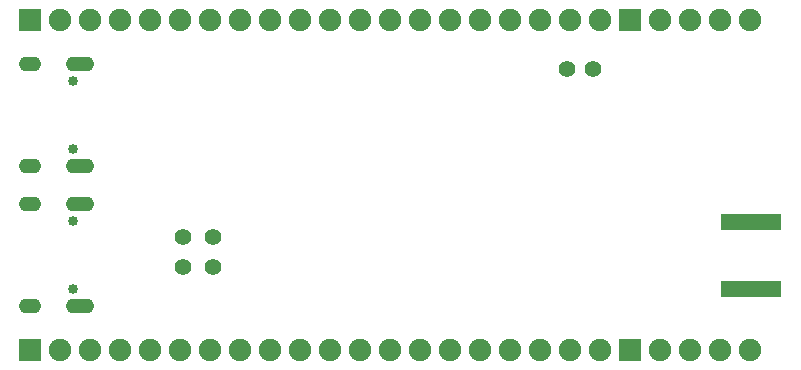
<source format=gbs>
G04*
G04 #@! TF.GenerationSoftware,Altium Limited,Altium Designer,21.1.1 (26)*
G04*
G04 Layer_Color=16711935*
%FSLAX25Y25*%
%MOIN*%
G70*
G04*
G04 #@! TF.SameCoordinates,D03CA9B7-62B2-491D-8750-CE627D1449E0*
G04*
G04*
G04 #@! TF.FilePolarity,Negative*
G04*
G01*
G75*
%ADD79R,0.20485X0.05524*%
%ADD83C,0.03800*%
%ADD84C,0.07493*%
%ADD85R,0.07493X0.07493*%
%ADD86C,0.03359*%
G04:AMPARAMS|DCode=87|XSize=47.37mil|YSize=70.99mil|CornerRadius=18.76mil|HoleSize=0mil|Usage=FLASHONLY|Rotation=270.000|XOffset=0mil|YOffset=0mil|HoleType=Round|Shape=RoundedRectangle|*
%AMROUNDEDRECTD87*
21,1,0.04737,0.03347,0,0,270.0*
21,1,0.00984,0.07099,0,0,270.0*
1,1,0.03753,-0.01673,-0.00492*
1,1,0.03753,-0.01673,0.00492*
1,1,0.03753,0.01673,0.00492*
1,1,0.03753,0.01673,-0.00492*
%
%ADD87ROUNDEDRECTD87*%
G04:AMPARAMS|DCode=88|XSize=47.37mil|YSize=90.68mil|CornerRadius=18.76mil|HoleSize=0mil|Usage=FLASHONLY|Rotation=270.000|XOffset=0mil|YOffset=0mil|HoleType=Round|Shape=RoundedRectangle|*
%AMROUNDEDRECTD88*
21,1,0.04737,0.05315,0,0,270.0*
21,1,0.00984,0.09068,0,0,270.0*
1,1,0.03753,-0.02657,-0.00492*
1,1,0.03753,-0.02657,0.00492*
1,1,0.03753,0.02657,0.00492*
1,1,0.03753,0.02657,-0.00492*
%
%ADD88ROUNDEDRECTD88*%
%ADD106C,0.05524*%
D79*
X576968Y340476D02*
D03*
Y362524D02*
D03*
D83*
X387500Y357500D02*
D03*
X397500Y347500D02*
D03*
X387500D02*
D03*
X397500Y357500D02*
D03*
D84*
X576724Y430000D02*
D03*
X566724D02*
D03*
X556724D02*
D03*
X546724D02*
D03*
X576724Y320000D02*
D03*
X566724D02*
D03*
X556724D02*
D03*
X546724D02*
D03*
X526724Y430000D02*
D03*
X516724D02*
D03*
X506724D02*
D03*
X496724D02*
D03*
X346724D02*
D03*
X356724D02*
D03*
X366724D02*
D03*
X376724D02*
D03*
X386724D02*
D03*
X396724D02*
D03*
X406724D02*
D03*
X416724D02*
D03*
X426724D02*
D03*
X436724D02*
D03*
X446724D02*
D03*
X456724D02*
D03*
X466724D02*
D03*
X476724D02*
D03*
X486724D02*
D03*
X526724Y320000D02*
D03*
X516724D02*
D03*
X506724D02*
D03*
X496724D02*
D03*
X346724D02*
D03*
X356724D02*
D03*
X366724D02*
D03*
X376724D02*
D03*
X386724D02*
D03*
X396724D02*
D03*
X406724D02*
D03*
X416724D02*
D03*
X426724D02*
D03*
X436724D02*
D03*
X446724D02*
D03*
X456724D02*
D03*
X466724D02*
D03*
X476724D02*
D03*
X486724D02*
D03*
D85*
X536724Y430000D02*
D03*
Y320000D02*
D03*
X336724Y430000D02*
D03*
Y320000D02*
D03*
D86*
X351095Y386872D02*
D03*
Y409628D02*
D03*
Y340372D02*
D03*
Y363128D02*
D03*
D87*
X336724Y381242D02*
D03*
Y415258D02*
D03*
Y334742D02*
D03*
Y368758D02*
D03*
D88*
X353181Y381242D02*
D03*
Y415258D02*
D03*
Y334742D02*
D03*
Y368758D02*
D03*
D106*
X387500Y357500D02*
D03*
X524343Y413564D02*
D03*
X515543D02*
D03*
X397500Y347500D02*
D03*
Y357500D02*
D03*
X387500Y347500D02*
D03*
M02*

</source>
